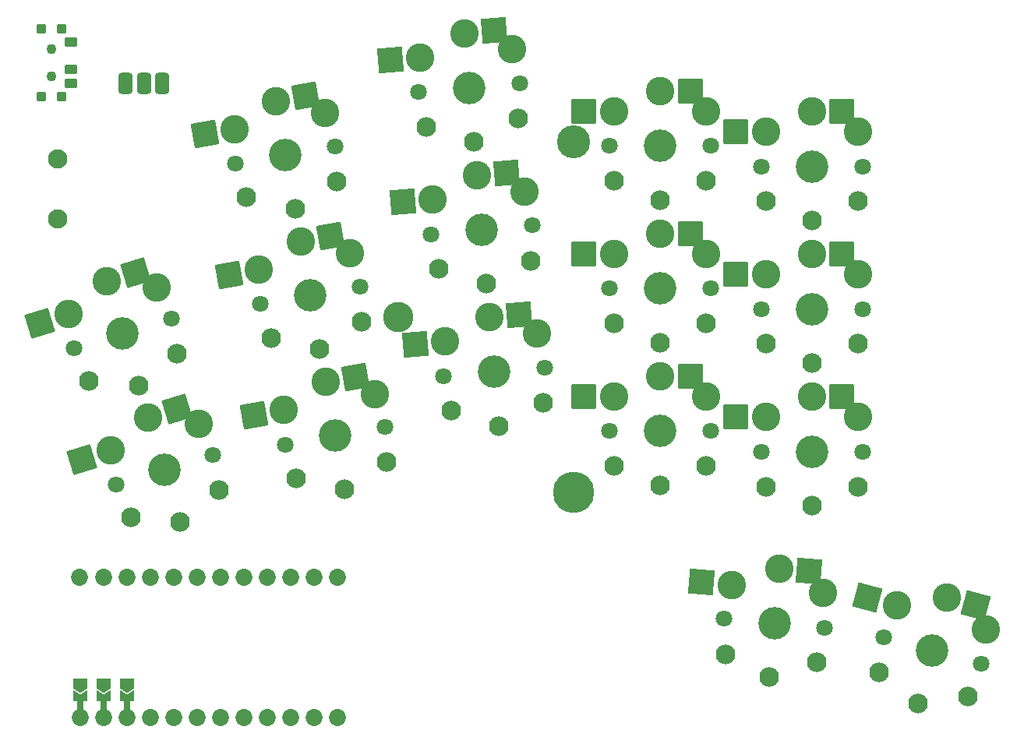
<source format=gbr>
%TF.GenerationSoftware,KiCad,Pcbnew,(6.0.4-0)*%
%TF.CreationDate,2022-06-15T11:13:41+02:00*%
%TF.ProjectId,konafa_min,6b6f6e61-6661-45f6-9d69-6e2e6b696361,v1.0.0*%
%TF.SameCoordinates,Original*%
%TF.FileFunction,Soldermask,Top*%
%TF.FilePolarity,Negative*%
%FSLAX46Y46*%
G04 Gerber Fmt 4.6, Leading zero omitted, Abs format (unit mm)*
G04 Created by KiCad (PCBNEW (6.0.4-0)) date 2022-06-15 11:13:41*
%MOMM*%
%LPD*%
G01*
G04 APERTURE LIST*
G04 Aperture macros list*
%AMRoundRect*
0 Rectangle with rounded corners*
0 $1 Rounding radius*
0 $2 $3 $4 $5 $6 $7 $8 $9 X,Y pos of 4 corners*
0 Add a 4 corners polygon primitive as box body*
4,1,4,$2,$3,$4,$5,$6,$7,$8,$9,$2,$3,0*
0 Add four circle primitives for the rounded corners*
1,1,$1+$1,$2,$3*
1,1,$1+$1,$4,$5*
1,1,$1+$1,$6,$7*
1,1,$1+$1,$8,$9*
0 Add four rect primitives between the rounded corners*
20,1,$1+$1,$2,$3,$4,$5,0*
20,1,$1+$1,$4,$5,$6,$7,0*
20,1,$1+$1,$6,$7,$8,$9,0*
20,1,$1+$1,$8,$9,$2,$3,0*%
%AMFreePoly0*
4,1,16,0.685355,0.785355,0.700000,0.750000,0.691603,0.722265,0.210093,0.000000,0.691603,-0.722265,0.699029,-0.759806,0.677735,-0.791603,0.650000,-0.800000,-0.500000,-0.800000,-0.535355,-0.785355,-0.550000,-0.750000,-0.550000,0.750000,-0.535355,0.785355,-0.500000,0.800000,0.650000,0.800000,0.685355,0.785355,0.685355,0.785355,$1*%
%AMFreePoly1*
4,1,16,0.535355,0.785355,0.550000,0.750000,0.550000,-0.750000,0.535355,-0.785355,0.500000,-0.800000,-0.500000,-0.800000,-0.535355,-0.785355,-0.541603,-0.777735,-1.041603,-0.027735,-1.049029,0.009806,-1.041603,0.027735,-0.541603,0.777735,-0.509806,0.799029,-0.500000,0.800000,0.500000,0.800000,0.535355,0.785355,0.535355,0.785355,$1*%
G04 Aperture macros list end*
%ADD10C,3.600000*%
%ADD11C,4.500000*%
%ADD12C,3.300000*%
%ADD13C,1.801800*%
%ADD14C,3.100000*%
%ADD15C,3.529000*%
%ADD16RoundRect,0.050000X-1.592168X-0.919239X0.919239X-1.592168X1.592168X0.919239X-0.919239X1.592168X0*%
%ADD17C,2.132000*%
%ADD18C,1.100000*%
%ADD19RoundRect,0.050000X-1.054507X-1.505993X1.505993X-1.054507X1.054507X1.505993X-1.505993X1.054507X0*%
%ADD20RoundRect,0.050000X-1.408356X-1.181751X1.181751X-1.408356X1.408356X1.181751X-1.181751X1.408356X0*%
%ADD21RoundRect,0.050000X-0.863113X-1.623279X1.623279X-0.863113X0.863113X1.623279X-1.623279X0.863113X0*%
%ADD22RoundRect,0.050000X-1.181751X-1.408356X1.408356X-1.181751X1.181751X1.408356X-1.408356X1.181751X0*%
%ADD23RoundRect,0.050000X-1.300000X-1.300000X1.300000X-1.300000X1.300000X1.300000X-1.300000X1.300000X0*%
%ADD24RoundRect,0.425000X-0.375000X-0.750000X0.375000X-0.750000X0.375000X0.750000X-0.375000X0.750000X0*%
%ADD25C,2.100000*%
%ADD26RoundRect,0.050000X0.450000X-0.450000X0.450000X0.450000X-0.450000X0.450000X-0.450000X-0.450000X0*%
%ADD27RoundRect,0.050000X0.625000X-0.450000X0.625000X0.450000X-0.625000X0.450000X-0.625000X-0.450000X0*%
%ADD28C,1.852600*%
%ADD29FreePoly0,90.000000*%
%ADD30RoundRect,0.050000X-0.250000X-0.762000X0.250000X-0.762000X0.250000X0.762000X-0.250000X0.762000X0*%
%ADD31FreePoly1,90.000000*%
G04 APERTURE END LIST*
D10*
%TO.C,*%
X251714000Y-72644000D03*
D11*
X251714000Y-110744000D03*
D12*
X232664000Y-91694000D03*
%TD*%
D13*
%TO.C,S15*%
X285392330Y-126545665D03*
D14*
X292244895Y-122221911D03*
X286845864Y-123052854D03*
X296505122Y-125641044D03*
D13*
X296017514Y-129392675D03*
D15*
X290704922Y-127969170D03*
D16*
X295408301Y-123069544D03*
D17*
X284891780Y-130345593D03*
X294551039Y-132933783D03*
D16*
X283682456Y-122205220D03*
D17*
X289177890Y-133668132D03*
%TD*%
D18*
%TO.C,T2*%
X195021762Y-65565501D03*
X195021762Y-62565501D03*
%TD*%
D14*
%TO.C,S3*%
X220245653Y-101795343D03*
D15*
X225820872Y-104620130D03*
D14*
X224787665Y-98760524D03*
D13*
X231237315Y-103665065D03*
X220404429Y-105575195D03*
D14*
X230093730Y-100058861D03*
D19*
X228012910Y-98191827D03*
D17*
X231404774Y-107494159D03*
X221556696Y-109230640D03*
D19*
X217020406Y-102364040D03*
D17*
X226845396Y-110430496D03*
%TD*%
D14*
%TO.C,S14*%
X274049552Y-119062706D03*
D15*
X273530975Y-124990064D03*
D13*
X279010046Y-125469421D03*
D14*
X268876835Y-120818556D03*
X278838782Y-121690114D03*
D13*
X268051904Y-124510707D03*
D17*
X278180757Y-129211383D03*
D20*
X277312088Y-119348142D03*
D17*
X268218810Y-128339825D03*
D20*
X265614297Y-120533120D03*
D17*
X273016756Y-130867613D03*
%TD*%
D15*
%TO.C,S1*%
X207276192Y-108339872D03*
D14*
X210961322Y-103291872D03*
X201398275Y-106215589D03*
D13*
X212535868Y-106731828D03*
X202016516Y-109947916D03*
D14*
X205536580Y-102649859D03*
D21*
X208668478Y-101692343D03*
D17*
X203605681Y-113435689D03*
X213168728Y-110511972D03*
D21*
X198266375Y-107173105D03*
D17*
X209001185Y-113982070D03*
%TD*%
D15*
%TO.C,S6*%
X243074061Y-97674062D03*
D13*
X237594990Y-98153419D03*
D14*
X237766254Y-94374112D03*
X242555484Y-91746704D03*
X247728201Y-93502554D03*
D13*
X248553132Y-97194705D03*
D17*
X248386226Y-101023823D03*
D22*
X245818021Y-91461270D03*
D17*
X238424279Y-101895381D03*
X243588280Y-103551611D03*
D22*
X234503715Y-94659546D03*
%TD*%
D13*
%TO.C,S13*%
X283101999Y-75330745D03*
D14*
X282601999Y-71580746D03*
X272601999Y-71580746D03*
X277601999Y-69380745D03*
D13*
X272101999Y-75330745D03*
D15*
X277601999Y-75330745D03*
D17*
X272601999Y-79130745D03*
X282601999Y-79130745D03*
D23*
X280876998Y-69380746D03*
X269326998Y-71580745D03*
D17*
X277601999Y-81230745D03*
%TD*%
D13*
%TO.C,S5*%
X225854222Y-73136025D03*
D14*
X214862560Y-71266303D03*
X224710637Y-69529821D03*
D15*
X220437779Y-74091090D03*
D14*
X219404572Y-68231484D03*
D13*
X215021336Y-75046155D03*
D19*
X222629817Y-67662787D03*
D17*
X226021681Y-76965119D03*
X216173603Y-78701600D03*
X221462303Y-79901456D03*
D19*
X211637313Y-71835000D03*
%TD*%
D13*
%TO.C,S13*%
X283112000Y-90832000D03*
X272112000Y-90832000D03*
D14*
X277612000Y-84882000D03*
D15*
X277612000Y-90832000D03*
D14*
X272612000Y-87082001D03*
X282612000Y-87082001D03*
D17*
X282612000Y-94632000D03*
X272612000Y-94632000D03*
D23*
X280886999Y-84882001D03*
X269336999Y-87082000D03*
D17*
X277612000Y-96732000D03*
%TD*%
D14*
%TO.C,S11*%
X261112000Y-67132000D03*
D13*
X266612000Y-73082000D03*
D14*
X266112000Y-69332001D03*
D15*
X261112000Y-73082000D03*
D13*
X255612000Y-73082000D03*
D14*
X256112000Y-69332001D03*
D17*
X256112000Y-76882000D03*
D23*
X264386999Y-67132001D03*
D17*
X266112000Y-76882000D03*
X261112000Y-78982000D03*
D23*
X252836999Y-69332000D03*
%TD*%
D13*
%TO.C,S12*%
X283112000Y-106332000D03*
D15*
X277612000Y-106332000D03*
D13*
X272112000Y-106332000D03*
D14*
X277612000Y-100382000D03*
X282612000Y-102582001D03*
X272612000Y-102582001D03*
D17*
X282612000Y-110132000D03*
D23*
X280886999Y-100382001D03*
D17*
X272612000Y-110132000D03*
D23*
X269336999Y-102582000D03*
D17*
X277612000Y-112232000D03*
%TD*%
D14*
%TO.C,S8*%
X239853655Y-60864668D03*
D15*
X240372232Y-66792026D03*
D13*
X234893161Y-67271383D03*
X245851303Y-66312669D03*
D14*
X245026372Y-62620518D03*
X235064425Y-63492076D03*
D17*
X245684397Y-70141787D03*
X235722450Y-71013345D03*
D22*
X243116192Y-60579234D03*
X231801886Y-63777510D03*
D17*
X240886451Y-72669575D03*
%TD*%
D24*
%TO.C,PAD1*%
X207035346Y-66324116D03*
X205035346Y-66324116D03*
X203035346Y-66324116D03*
%TD*%
D15*
%TO.C,S9*%
X261112000Y-104082000D03*
D14*
X266112000Y-100332001D03*
X261112000Y-98132000D03*
D13*
X266612000Y-104082000D03*
D14*
X256112000Y-100332001D03*
D13*
X255612000Y-104082000D03*
D23*
X264386999Y-98132001D03*
D17*
X266112000Y-107882000D03*
X256112000Y-107882000D03*
D23*
X252836999Y-100332000D03*
D17*
X261112000Y-109982000D03*
%TD*%
D14*
%TO.C,S10*%
X266112000Y-84832001D03*
D15*
X261112000Y-88582000D03*
D14*
X256112000Y-84832001D03*
D13*
X266612000Y-88582000D03*
D14*
X261112000Y-82632000D03*
D13*
X255612000Y-88582000D03*
D23*
X264386999Y-82632001D03*
D17*
X266112000Y-92382000D03*
X256112000Y-92382000D03*
D23*
X252836999Y-84832000D03*
D17*
X261112000Y-94482000D03*
%TD*%
D14*
%TO.C,S2*%
X196866514Y-91392865D03*
D13*
X197484755Y-95125192D03*
D14*
X206429561Y-88469148D03*
X201004819Y-87827135D03*
D13*
X208004107Y-91909104D03*
D15*
X202744431Y-93517148D03*
D17*
X208636967Y-95689248D03*
D21*
X204136717Y-86869619D03*
D17*
X199073920Y-98612965D03*
X204469424Y-99159346D03*
D21*
X193734614Y-92350381D03*
%TD*%
D25*
%TO.C,B1*%
X195707000Y-74549000D03*
X195707000Y-81049000D03*
%TD*%
D26*
%TO.C,T1*%
X196121762Y-60365501D03*
X193921762Y-67765501D03*
X193921762Y-60365501D03*
X196121762Y-67765501D03*
D27*
X197096762Y-61815501D03*
X197096762Y-64815501D03*
X197096762Y-66315501D03*
%TD*%
D13*
%TO.C,S4*%
X228545768Y-88400545D03*
X217712882Y-90310675D03*
D15*
X223129325Y-89355610D03*
D14*
X227402183Y-84794341D03*
X222096118Y-83496004D03*
X217554106Y-86530823D03*
D19*
X225321363Y-82927307D03*
D17*
X228713227Y-92229639D03*
X218865149Y-93966120D03*
D19*
X214328859Y-87099520D03*
D17*
X224153849Y-95165976D03*
%TD*%
D13*
%TO.C,S7*%
X247202218Y-81753687D03*
D14*
X241204570Y-76305686D03*
X236415340Y-78933094D03*
D15*
X241723147Y-82233044D03*
D14*
X246377287Y-78061536D03*
D13*
X236244076Y-82712401D03*
D17*
X247035312Y-85582805D03*
D22*
X244467107Y-76020252D03*
D17*
X237073365Y-86454363D03*
D22*
X233152801Y-79218528D03*
D17*
X242237366Y-88110593D03*
%TD*%
D28*
%TO.C,MCU1*%
X203200000Y-120015000D03*
D29*
X198120000Y-132921477D03*
D28*
X198036254Y-120015000D03*
X200660000Y-120015000D03*
X203200000Y-135255000D03*
X200660000Y-135255000D03*
D30*
X200660000Y-133871477D03*
X203200000Y-133871477D03*
D29*
X203200000Y-132921477D03*
D30*
X198120000Y-133871477D03*
D28*
X198120000Y-135255000D03*
D29*
X200660000Y-132921477D03*
D31*
X198120000Y-131471477D03*
X200660000Y-131471477D03*
X203200000Y-131471477D03*
D28*
X205740000Y-120015000D03*
X208280000Y-120015000D03*
X210820000Y-120015000D03*
X213360000Y-120015000D03*
X215900000Y-120015000D03*
X218440000Y-120015000D03*
X220980000Y-120015000D03*
X223520000Y-120015000D03*
X226060000Y-120015000D03*
X205740000Y-135255000D03*
X208280000Y-135255000D03*
X210820000Y-135255000D03*
X213360000Y-135255000D03*
X215900000Y-135255000D03*
X218440000Y-135255000D03*
X220980000Y-135255000D03*
X223520000Y-135255000D03*
X226060000Y-135255000D03*
%TD*%
M02*

</source>
